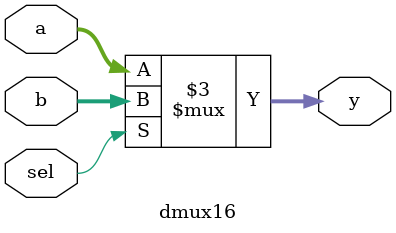
<source format=v>
module dmux16(
  input [15:0] a,
  input [15:0] b,
  input sel,
  output reg [15:0] y
);

  always @(*) begin
    if (sel)
      y = b;
    else
      y = a;
  end

endmodule
</source>
